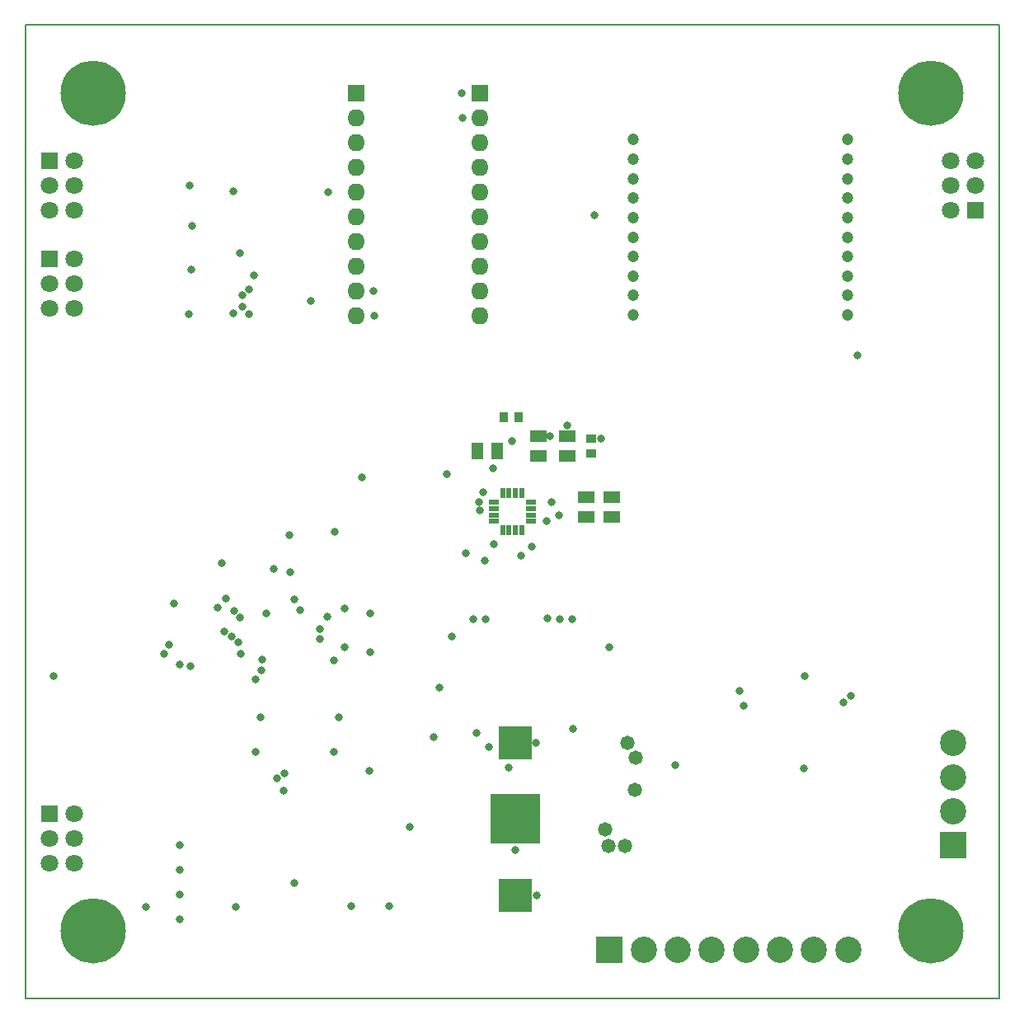
<source format=gbs>
%FSLAX25Y25*%
%MOIN*%
G70*
G01*
G75*
G04 Layer_Color=16711935*
%ADD10R,0.06000X0.04000*%
%ADD11R,0.02953X0.11024*%
%ADD12R,0.04000X0.06000*%
%ADD13R,0.03201X0.02799*%
%ADD14R,0.02799X0.03201*%
%ADD15R,0.03543X0.04724*%
%ADD16O,0.10236X0.02756*%
%ADD17R,0.20472X0.34449*%
%ADD18O,0.01772X0.07874*%
%ADD19R,0.01201X0.07098*%
%ADD20R,0.01200X0.07100*%
%ADD21R,0.07100X0.01200*%
%ADD22R,0.07100X0.01200*%
%ADD23R,0.07098X0.01201*%
%ADD24R,0.02559X0.04134*%
%ADD25R,0.06000X0.02500*%
%ADD26O,0.06000X0.02500*%
%ADD27R,0.06299X0.01969*%
%ADD28R,0.01969X0.06299*%
%ADD29R,0.04724X0.02362*%
%ADD30R,0.07874X0.21654*%
%ADD31R,0.04000X0.04000*%
%ADD32R,0.04000X0.08000*%
%ADD33R,0.03937X0.09055*%
%ADD34R,0.03937X0.05118*%
%ADD35R,0.05118X0.03937*%
%ADD36R,0.05906X0.03937*%
%ADD37R,0.11024X0.03937*%
%ADD38C,0.01181*%
%ADD39C,0.01969*%
%ADD40C,0.00591*%
%ADD41C,0.00787*%
%ADD42C,0.06299*%
%ADD43R,0.06299X0.06299*%
%ADD44R,0.06300X0.06200*%
%ADD45O,0.06300X0.06200*%
%ADD46C,0.25590*%
%ADD47R,0.09843X0.09843*%
%ADD48C,0.09843*%
%ADD49C,0.03937*%
%ADD50R,0.09843X0.09843*%
%ADD51C,0.02362*%
%ADD52C,0.05000*%
%ADD53C,0.04000*%
%ADD54C,0.05906*%
G04:AMPARAMS|DCode=55|XSize=74.803mil|YSize=74.803mil|CornerRadius=0mil|HoleSize=0mil|Usage=FLASHONLY|Rotation=0.000|XOffset=0mil|YOffset=0mil|HoleType=Round|Shape=Relief|Width=10mil|Gap=7.87mil|Entries=4|*
%AMTHD55*
7,0,0,0.07480,0.05906,0.01000,45*
%
%ADD55THD55*%
%ADD56C,0.05512*%
G04:AMPARAMS|DCode=57|XSize=70.866mil|YSize=70.866mil|CornerRadius=0mil|HoleSize=0mil|Usage=FLASHONLY|Rotation=0.000|XOffset=0mil|YOffset=0mil|HoleType=Round|Shape=Relief|Width=10mil|Gap=7.87mil|Entries=4|*
%AMTHD57*
7,0,0,0.07087,0.05512,0.01000,45*
%
%ADD57THD57*%
G04:AMPARAMS|DCode=58|XSize=161.417mil|YSize=161.417mil|CornerRadius=0mil|HoleSize=0mil|Usage=FLASHONLY|Rotation=0.000|XOffset=0mil|YOffset=0mil|HoleType=Round|Shape=Relief|Width=10mil|Gap=7.87mil|Entries=4|*
%AMTHD58*
7,0,0,0.16142,0.14567,0.01000,45*
%
%ADD58THD58*%
%ADD59C,0.08268*%
G04:AMPARAMS|DCode=60|XSize=98.425mil|YSize=98.425mil|CornerRadius=0mil|HoleSize=0mil|Usage=FLASHONLY|Rotation=0.000|XOffset=0mil|YOffset=0mil|HoleType=Round|Shape=Relief|Width=10mil|Gap=7.87mil|Entries=4|*
%AMTHD60*
7,0,0,0.09843,0.08268,0.01000,45*
%
%ADD60THD60*%
%ADD61C,0.05118*%
G04:AMPARAMS|DCode=62|XSize=66.929mil|YSize=66.929mil|CornerRadius=0mil|HoleSize=0mil|Usage=FLASHONLY|Rotation=0.000|XOffset=0mil|YOffset=0mil|HoleType=Round|Shape=Relief|Width=10mil|Gap=7.87mil|Entries=4|*
%AMTHD62*
7,0,0,0.06693,0.05118,0.01000,45*
%
%ADD62THD62*%
%ADD63C,0.03543*%
G04:AMPARAMS|DCode=64|XSize=51.181mil|YSize=51.181mil|CornerRadius=0mil|HoleSize=0mil|Usage=FLASHONLY|Rotation=0.000|XOffset=0mil|YOffset=0mil|HoleType=Round|Shape=Relief|Width=10mil|Gap=7.87mil|Entries=4|*
%AMTHD64*
7,0,0,0.05118,0.03543,0.01000,45*
%
%ADD64THD64*%
G04:AMPARAMS|DCode=65|XSize=67.37mil|YSize=67.37mil|CornerRadius=0mil|HoleSize=0mil|Usage=FLASHONLY|Rotation=0.000|XOffset=0mil|YOffset=0mil|HoleType=Round|Shape=Relief|Width=10mil|Gap=7.87mil|Entries=4|*
%AMTHD65*
7,0,0,0.06737,0.05162,0.01000,45*
%
%ADD65THD65*%
%ADD66C,0.05162*%
%ADD67C,0.14567*%
%ADD68R,0.01181X0.03150*%
%ADD69R,0.03150X0.01181*%
%ADD70R,0.19685X0.19685*%
%ADD71R,0.12598X0.12598*%
%ADD72C,0.00984*%
%ADD73C,0.02362*%
%ADD74C,0.01000*%
%ADD75C,0.00800*%
%ADD76C,0.00394*%
%ADD77C,0.00197*%
%ADD78C,0.00500*%
%ADD79C,0.01200*%
%ADD80R,0.06800X0.04800*%
%ADD81R,0.04800X0.06800*%
%ADD82R,0.04001X0.03599*%
%ADD83R,0.03599X0.04001*%
%ADD84R,0.04343X0.05524*%
%ADD85O,0.11036X0.03556*%
%ADD86R,0.21272X0.35249*%
%ADD87O,0.02572X0.08674*%
%ADD88R,0.02001X0.07898*%
%ADD89R,0.02000X0.07900*%
%ADD90R,0.07900X0.02000*%
%ADD91R,0.07900X0.02000*%
%ADD92R,0.07898X0.02001*%
%ADD93R,0.03359X0.04934*%
%ADD94R,0.06800X0.03300*%
%ADD95O,0.06800X0.03300*%
%ADD96R,0.07099X0.02769*%
%ADD97R,0.02769X0.07099*%
%ADD98R,0.05524X0.03162*%
%ADD99R,0.08674X0.22453*%
%ADD100R,0.04800X0.04800*%
%ADD101R,0.04800X0.08800*%
%ADD102R,0.04737X0.09855*%
%ADD103R,0.04737X0.05918*%
%ADD104R,0.05918X0.04737*%
%ADD105R,0.06706X0.04737*%
%ADD106R,0.11824X0.04737*%
%ADD107C,0.07099*%
%ADD108R,0.07099X0.07099*%
%ADD109R,0.07100X0.07000*%
%ADD110O,0.07100X0.07000*%
%ADD111C,0.26391*%
%ADD112R,0.10642X0.10642*%
%ADD113C,0.10642*%
%ADD114C,0.04737*%
%ADD115R,0.10642X0.10642*%
%ADD116C,0.03162*%
%ADD117C,0.05800*%
%ADD118R,0.01981X0.03950*%
%ADD119R,0.03950X0.01981*%
%ADD120R,0.20485X0.20485*%
%ADD121R,0.13398X0.13398*%
D41*
X0Y0D02*
Y393701D01*
X393701D01*
Y0D02*
Y393701D01*
X0Y0D02*
X393701D01*
D80*
X207480Y227327D02*
D03*
Y219327D02*
D03*
X219094Y219425D02*
D03*
Y227425D02*
D03*
X226772Y194819D02*
D03*
Y202819D02*
D03*
X237008Y194622D02*
D03*
Y202622D02*
D03*
D81*
X190713Y221457D02*
D03*
X182713D02*
D03*
D82*
X228839Y220425D02*
D03*
Y226425D02*
D03*
D83*
X199358Y235138D02*
D03*
X193358D02*
D03*
D107*
X19685Y54803D02*
D03*
X9685D02*
D03*
X19685Y64803D02*
D03*
X9685D02*
D03*
X19685Y74803D02*
D03*
Y279213D02*
D03*
X9685D02*
D03*
X19685Y289213D02*
D03*
X9685D02*
D03*
X19685Y299213D02*
D03*
Y318583D02*
D03*
X9685D02*
D03*
X19685Y328583D02*
D03*
X9685D02*
D03*
X19685Y338583D02*
D03*
X374016Y338898D02*
D03*
X384016D02*
D03*
X374016Y328898D02*
D03*
X384016D02*
D03*
X374016Y318898D02*
D03*
D108*
X9685Y74803D02*
D03*
Y299213D02*
D03*
Y338583D02*
D03*
X384016Y318898D02*
D03*
D109*
X183858Y366142D02*
D03*
X133858Y366142D02*
D03*
D110*
X183858Y356142D02*
D03*
Y346142D02*
D03*
Y336142D02*
D03*
Y316142D02*
D03*
Y306142D02*
D03*
Y296142D02*
D03*
Y286142D02*
D03*
Y276142D02*
D03*
Y326142D02*
D03*
X133858Y356142D02*
D03*
Y346142D02*
D03*
Y336142D02*
D03*
Y316142D02*
D03*
Y306142D02*
D03*
Y296142D02*
D03*
Y286142D02*
D03*
Y276142D02*
D03*
Y326142D02*
D03*
D111*
X27559Y366142D02*
D03*
X366142D02*
D03*
X27559Y27559D02*
D03*
X366142D02*
D03*
D112*
X375000Y62008D02*
D03*
D113*
Y75788D02*
D03*
Y89567D02*
D03*
Y103347D02*
D03*
X250000Y19685D02*
D03*
X263779D02*
D03*
X277559D02*
D03*
X291339D02*
D03*
X305118D02*
D03*
X318898D02*
D03*
X332677D02*
D03*
D114*
X245768Y347244D02*
D03*
Y339370D02*
D03*
Y331496D02*
D03*
Y323622D02*
D03*
Y315748D02*
D03*
Y307874D02*
D03*
Y300000D02*
D03*
Y292126D02*
D03*
Y284252D02*
D03*
Y276378D02*
D03*
X332382D02*
D03*
Y284252D02*
D03*
Y292126D02*
D03*
Y300000D02*
D03*
Y307874D02*
D03*
Y315748D02*
D03*
Y323622D02*
D03*
Y331496D02*
D03*
Y339370D02*
D03*
Y347244D02*
D03*
D115*
X236221Y19685D02*
D03*
D116*
X221457Y108957D02*
D03*
X221063Y153543D02*
D03*
X216142D02*
D03*
X211122Y153642D02*
D03*
X172539Y146260D02*
D03*
X181102Y153543D02*
D03*
X186122D02*
D03*
X139385Y140157D02*
D03*
X167323Y125591D02*
D03*
X195374Y93405D02*
D03*
X236187Y141976D02*
D03*
X206496Y103445D02*
D03*
X206594Y41732D02*
D03*
X170473Y212008D02*
D03*
X67520Y312500D02*
D03*
X66142Y276870D02*
D03*
X67126Y294882D02*
D03*
X66535Y328642D02*
D03*
X93209Y99888D02*
D03*
X95177Y113856D02*
D03*
X124705Y99888D02*
D03*
X126673Y113856D02*
D03*
X79429Y176062D02*
D03*
X106988Y172554D02*
D03*
X108858Y161319D02*
D03*
X66718Y134252D02*
D03*
X128922Y142126D02*
D03*
X139385Y155905D02*
D03*
X128922Y157874D02*
D03*
X62410Y32106D02*
D03*
X48811Y37106D02*
D03*
X62410Y42106D02*
D03*
Y52106D02*
D03*
Y62106D02*
D03*
X85031Y37106D02*
D03*
X333823Y122386D02*
D03*
X230183Y316587D02*
D03*
X290321Y118260D02*
D03*
X330854Y119719D02*
D03*
X336254Y259992D02*
D03*
X165094Y105870D02*
D03*
X135925Y210827D02*
D03*
X85925Y144095D02*
D03*
X87111Y139377D02*
D03*
X200492Y179134D02*
D03*
X215748Y195276D02*
D03*
X196850Y225394D02*
D03*
X204626Y182579D02*
D03*
X212598Y200689D02*
D03*
X189173Y214272D02*
D03*
X219094Y231594D02*
D03*
X314764Y93209D02*
D03*
X288634Y124260D02*
D03*
X101870Y88976D02*
D03*
X315158Y130413D02*
D03*
X104631Y91048D02*
D03*
X124705Y136811D02*
D03*
X189469Y183858D02*
D03*
X185728Y177165D02*
D03*
X83366Y146358D02*
D03*
X62303Y135236D02*
D03*
X80319Y148432D02*
D03*
X125000Y188583D02*
D03*
X139180Y92229D02*
D03*
X187276Y101744D02*
D03*
X197933Y60039D02*
D03*
X86693Y301260D02*
D03*
X108661Y46653D02*
D03*
X155315Y69488D02*
D03*
X104528Y84055D02*
D03*
X146949Y37500D02*
D03*
X131791Y37303D02*
D03*
X140827Y286142D02*
D03*
X141181Y276142D02*
D03*
X176476Y366142D02*
D03*
X176614Y356142D02*
D03*
X92272Y292567D02*
D03*
X11516Y130413D02*
D03*
X56102Y139567D02*
D03*
X58172Y143216D02*
D03*
X86614Y154035D02*
D03*
X84547Y156890D02*
D03*
X81102Y161713D02*
D03*
X77858Y157980D02*
D03*
X97345Y155807D02*
D03*
X111024Y156988D02*
D03*
X93110Y128937D02*
D03*
X95866Y137106D02*
D03*
X95472Y132776D02*
D03*
X100497Y173630D02*
D03*
X122343Y326083D02*
D03*
X87697Y284350D02*
D03*
X90551Y286614D02*
D03*
X115250Y282087D02*
D03*
X90551Y276870D02*
D03*
X87697Y279626D02*
D03*
X84153Y326476D02*
D03*
Y276969D02*
D03*
X60188Y159744D02*
D03*
X106595Y187303D02*
D03*
X185138Y204823D02*
D03*
X183366Y200886D02*
D03*
X183661Y197441D02*
D03*
X177953Y179921D02*
D03*
X119193Y149508D02*
D03*
X121949Y154429D02*
D03*
X119095Y145571D02*
D03*
X210728Y193012D02*
D03*
X262894Y94488D02*
D03*
X182283Y107283D02*
D03*
X212161Y227327D02*
D03*
X232677Y226476D02*
D03*
D117*
X246555Y84547D02*
D03*
X243406Y103248D02*
D03*
X246654Y97244D02*
D03*
X234252Y68504D02*
D03*
X235630Y61614D02*
D03*
X242421Y61713D02*
D03*
D118*
X193012Y204331D02*
D03*
X195571D02*
D03*
X198130D02*
D03*
X200689D02*
D03*
X193012Y189370D02*
D03*
X195571D02*
D03*
X198130D02*
D03*
X200689D02*
D03*
D119*
X189370Y200689D02*
D03*
Y198130D02*
D03*
Y195571D02*
D03*
Y193012D02*
D03*
X204331Y200689D02*
D03*
Y198130D02*
D03*
Y195571D02*
D03*
Y193012D02*
D03*
D120*
X197933Y72638D02*
D03*
D121*
Y41732D02*
D03*
Y103543D02*
D03*
M02*

</source>
